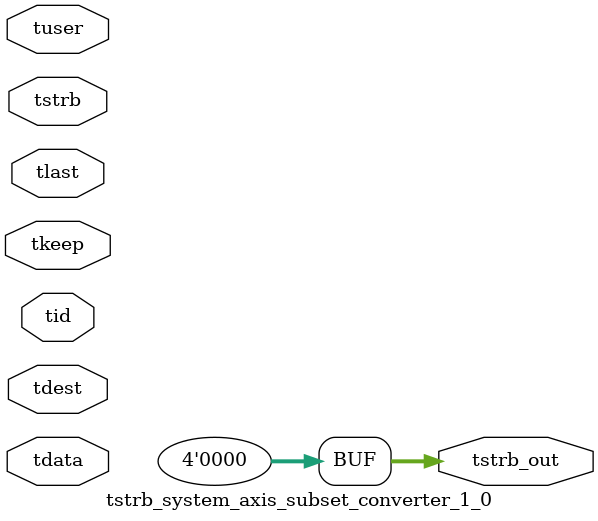
<source format=v>


`timescale 1ps/1ps

module tstrb_system_axis_subset_converter_1_0 #
(
parameter C_S_AXIS_TDATA_WIDTH = 32,
parameter C_S_AXIS_TUSER_WIDTH = 0,
parameter C_S_AXIS_TID_WIDTH   = 0,
parameter C_S_AXIS_TDEST_WIDTH = 0,
parameter C_M_AXIS_TDATA_WIDTH = 32
)
(
input  [(C_S_AXIS_TDATA_WIDTH == 0 ? 1 : C_S_AXIS_TDATA_WIDTH)-1:0     ] tdata,
input  [(C_S_AXIS_TUSER_WIDTH == 0 ? 1 : C_S_AXIS_TUSER_WIDTH)-1:0     ] tuser,
input  [(C_S_AXIS_TID_WIDTH   == 0 ? 1 : C_S_AXIS_TID_WIDTH)-1:0       ] tid,
input  [(C_S_AXIS_TDEST_WIDTH == 0 ? 1 : C_S_AXIS_TDEST_WIDTH)-1:0     ] tdest,
input  [(C_S_AXIS_TDATA_WIDTH/8)-1:0 ] tkeep,
input  [(C_S_AXIS_TDATA_WIDTH/8)-1:0 ] tstrb,
input                                                                    tlast,
output [(C_M_AXIS_TDATA_WIDTH/8)-1:0 ] tstrb_out
);

assign tstrb_out = {1'b0};

endmodule


</source>
